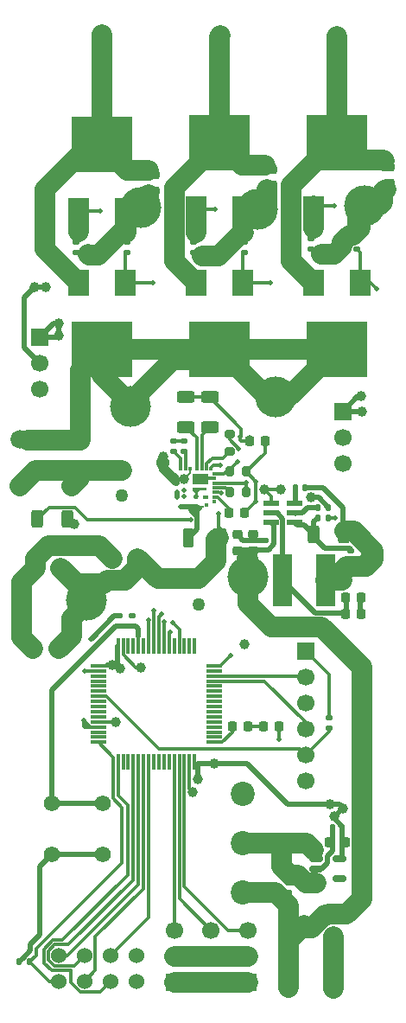
<source format=gbr>
%TF.GenerationSoftware,KiCad,Pcbnew,9.0.2*%
%TF.CreationDate,2025-08-16T18:35:03-07:00*%
%TF.ProjectId,Transmitter,5472616e-736d-4697-9474-65722e6b6963,rev?*%
%TF.SameCoordinates,Original*%
%TF.FileFunction,Copper,L1,Top*%
%TF.FilePolarity,Positive*%
%FSLAX46Y46*%
G04 Gerber Fmt 4.6, Leading zero omitted, Abs format (unit mm)*
G04 Created by KiCad (PCBNEW 9.0.2) date 2025-08-16 18:35:03*
%MOMM*%
%LPD*%
G01*
G04 APERTURE LIST*
G04 Aperture macros list*
%AMRoundRect*
0 Rectangle with rounded corners*
0 $1 Rounding radius*
0 $2 $3 $4 $5 $6 $7 $8 $9 X,Y pos of 4 corners*
0 Add a 4 corners polygon primitive as box body*
4,1,4,$2,$3,$4,$5,$6,$7,$8,$9,$2,$3,0*
0 Add four circle primitives for the rounded corners*
1,1,$1+$1,$2,$3*
1,1,$1+$1,$4,$5*
1,1,$1+$1,$6,$7*
1,1,$1+$1,$8,$9*
0 Add four rect primitives between the rounded corners*
20,1,$1+$1,$2,$3,$4,$5,0*
20,1,$1+$1,$4,$5,$6,$7,0*
20,1,$1+$1,$6,$7,$8,$9,0*
20,1,$1+$1,$8,$9,$2,$3,0*%
G04 Aperture macros list end*
%TA.AperFunction,SMDPad,CuDef*%
%ADD10RoundRect,0.218750X0.218750X0.256250X-0.218750X0.256250X-0.218750X-0.256250X0.218750X-0.256250X0*%
%TD*%
%TA.AperFunction,SMDPad,CuDef*%
%ADD11RoundRect,0.073750X-0.651250X-0.221250X0.651250X-0.221250X0.651250X0.221250X-0.651250X0.221250X0*%
%TD*%
%TA.AperFunction,SMDPad,CuDef*%
%ADD12RoundRect,0.250000X-0.625000X0.312500X-0.625000X-0.312500X0.625000X-0.312500X0.625000X0.312500X0*%
%TD*%
%TA.AperFunction,SMDPad,CuDef*%
%ADD13RoundRect,0.250000X-0.312500X-0.625000X0.312500X-0.625000X0.312500X0.625000X-0.312500X0.625000X0*%
%TD*%
%TA.AperFunction,SMDPad,CuDef*%
%ADD14RoundRect,0.250000X0.312500X0.625000X-0.312500X0.625000X-0.312500X-0.625000X0.312500X-0.625000X0*%
%TD*%
%TA.AperFunction,SMDPad,CuDef*%
%ADD15RoundRect,0.225000X-0.225000X-0.250000X0.225000X-0.250000X0.225000X0.250000X-0.225000X0.250000X0*%
%TD*%
%TA.AperFunction,SMDPad,CuDef*%
%ADD16RoundRect,0.225000X0.250000X-0.225000X0.250000X0.225000X-0.250000X0.225000X-0.250000X-0.225000X0*%
%TD*%
%TA.AperFunction,SMDPad,CuDef*%
%ADD17RoundRect,0.225000X0.225000X0.250000X-0.225000X0.250000X-0.225000X-0.250000X0.225000X-0.250000X0*%
%TD*%
%TA.AperFunction,SMDPad,CuDef*%
%ADD18RoundRect,0.140000X0.170000X-0.140000X0.170000X0.140000X-0.170000X0.140000X-0.170000X-0.140000X0*%
%TD*%
%TA.AperFunction,SMDPad,CuDef*%
%ADD19RoundRect,0.140000X0.140000X0.170000X-0.140000X0.170000X-0.140000X-0.170000X0.140000X-0.170000X0*%
%TD*%
%TA.AperFunction,SMDPad,CuDef*%
%ADD20R,2.000000X2.500000*%
%TD*%
%TA.AperFunction,SMDPad,CuDef*%
%ADD21R,6.000000X5.500000*%
%TD*%
%TA.AperFunction,SMDPad,CuDef*%
%ADD22RoundRect,0.225000X-0.250000X0.225000X-0.250000X-0.225000X0.250000X-0.225000X0.250000X0.225000X0*%
%TD*%
%TA.AperFunction,SMDPad,CuDef*%
%ADD23RoundRect,0.200000X-0.275000X0.200000X-0.275000X-0.200000X0.275000X-0.200000X0.275000X0.200000X0*%
%TD*%
%TA.AperFunction,ComponentPad*%
%ADD24C,1.828800*%
%TD*%
%TA.AperFunction,SMDPad,CuDef*%
%ADD25RoundRect,0.135000X-0.185000X0.135000X-0.185000X-0.135000X0.185000X-0.135000X0.185000X0.135000X0*%
%TD*%
%TA.AperFunction,ComponentPad*%
%ADD26C,2.362200*%
%TD*%
%TA.AperFunction,SMDPad,CuDef*%
%ADD27RoundRect,0.135000X0.185000X-0.135000X0.185000X0.135000X-0.185000X0.135000X-0.185000X-0.135000X0*%
%TD*%
%TA.AperFunction,ComponentPad*%
%ADD28C,1.524000*%
%TD*%
%TA.AperFunction,SMDPad,CuDef*%
%ADD29RoundRect,0.200000X-0.200000X-0.275000X0.200000X-0.275000X0.200000X0.275000X-0.200000X0.275000X0*%
%TD*%
%TA.AperFunction,ComponentPad*%
%ADD30R,1.700000X1.700000*%
%TD*%
%TA.AperFunction,ComponentPad*%
%ADD31C,1.700000*%
%TD*%
%TA.AperFunction,SMDPad,CuDef*%
%ADD32RoundRect,0.075000X-0.700000X-0.075000X0.700000X-0.075000X0.700000X0.075000X-0.700000X0.075000X0*%
%TD*%
%TA.AperFunction,SMDPad,CuDef*%
%ADD33RoundRect,0.075000X-0.075000X-0.700000X0.075000X-0.700000X0.075000X0.700000X-0.075000X0.700000X0*%
%TD*%
%TA.AperFunction,SMDPad,CuDef*%
%ADD34RoundRect,0.250000X0.275000X0.700000X-0.275000X0.700000X-0.275000X-0.700000X0.275000X-0.700000X0*%
%TD*%
%TA.AperFunction,SMDPad,CuDef*%
%ADD35RoundRect,0.150000X-0.512500X-0.150000X0.512500X-0.150000X0.512500X0.150000X-0.512500X0.150000X0*%
%TD*%
%TA.AperFunction,SMDPad,CuDef*%
%ADD36RoundRect,0.135000X0.135000X0.185000X-0.135000X0.185000X-0.135000X-0.185000X0.135000X-0.185000X0*%
%TD*%
%TA.AperFunction,SMDPad,CuDef*%
%ADD37R,1.900000X5.100000*%
%TD*%
%TA.AperFunction,ComponentPad*%
%ADD38C,1.270000*%
%TD*%
%TA.AperFunction,SMDPad,CuDef*%
%ADD39R,0.254000X0.304800*%
%TD*%
%TA.AperFunction,SMDPad,CuDef*%
%ADD40R,0.304800X0.152400*%
%TD*%
%TA.AperFunction,SMDPad,CuDef*%
%ADD41R,0.304800X0.457200*%
%TD*%
%TA.AperFunction,SMDPad,CuDef*%
%ADD42R,0.457200X0.304800*%
%TD*%
%TA.AperFunction,SMDPad,CuDef*%
%ADD43R,1.574800X1.050000*%
%TD*%
%TA.AperFunction,SMDPad,CuDef*%
%ADD44C,0.127000*%
%TD*%
%TA.AperFunction,SMDPad,CuDef*%
%ADD45R,0.580009X0.380009*%
%TD*%
%TA.AperFunction,ComponentPad*%
%ADD46C,1.574800*%
%TD*%
%TA.AperFunction,ViaPad*%
%ADD47C,0.500000*%
%TD*%
%TA.AperFunction,ViaPad*%
%ADD48C,1.000000*%
%TD*%
%TA.AperFunction,ViaPad*%
%ADD49C,4.000000*%
%TD*%
%TA.AperFunction,Conductor*%
%ADD50C,0.300000*%
%TD*%
%TA.AperFunction,Conductor*%
%ADD51C,0.500000*%
%TD*%
%TA.AperFunction,Conductor*%
%ADD52C,2.000000*%
%TD*%
%TA.AperFunction,Conductor*%
%ADD53C,0.200000*%
%TD*%
G04 APERTURE END LIST*
D10*
%TO.P,R20,1*%
%TO.N,GND*%
X116887500Y-93960000D03*
%TO.P,R20,2*%
%TO.N,Net-(D1-K)*%
X115312500Y-93960000D03*
%TD*%
%TO.P,D1,1,K*%
%TO.N,Net-(D1-K)*%
X113834500Y-93955000D03*
%TO.P,D1,2,A*%
%TO.N,Net-(D1-A)*%
X112259500Y-93955000D03*
%TD*%
D11*
%TO.P,U4,6,VBST*%
%TO.N,Vbst*%
X118400000Y-72100000D03*
%TO.P,U4,5,EN*%
%TO.N,Net-(U4-EN)*%
X118400000Y-73050000D03*
%TO.P,U4,4,VFB*%
%TO.N,Net-(U4-VFB)*%
X118400000Y-74000000D03*
%TO.P,U4,3,VIN*%
%TO.N,Vbatt*%
X116090000Y-74000000D03*
%TO.P,U4,2,SW*%
%TO.N,Net-(U4-SW)*%
X116090000Y-73050000D03*
%TO.P,U4,1,GND*%
%TO.N,GND*%
X116090000Y-72100000D03*
%TD*%
D12*
%TO.P,R16,1*%
%TO.N,Vdd*%
X110060000Y-61685000D03*
%TO.P,R16,2*%
%TO.N,Net-(U5-MODE2)*%
X110060000Y-64610000D03*
%TD*%
%TO.P,R15,1*%
%TO.N,Vdd*%
X107750000Y-61690000D03*
%TO.P,R15,2*%
%TO.N,Net-(U5-MODE1)*%
X107750000Y-64615000D03*
%TD*%
D13*
%TO.P,R13,1*%
%TO.N,Vfb*%
X93162500Y-73650000D03*
%TO.P,R13,2*%
%TO.N,Vdc*%
X96087500Y-73650000D03*
%TD*%
D14*
%TO.P,R11,1*%
%TO.N,+5V*%
X123192500Y-75160000D03*
%TO.P,R11,2*%
%TO.N,Net-(U4-VFB)*%
X120267500Y-75160000D03*
%TD*%
D15*
%TO.P,C11,2*%
%TO.N,GND*%
X124930000Y-81370000D03*
%TO.P,C11,1*%
%TO.N,Net-(U4-SW)*%
X123380000Y-81370000D03*
%TD*%
%TO.P,C12,1*%
%TO.N,Net-(U4-SW)*%
X123360000Y-82900000D03*
%TO.P,C12,2*%
%TO.N,GND*%
X124910000Y-82900000D03*
%TD*%
D16*
%TO.P,C6,1*%
%TO.N,Vbatt*%
X114300000Y-76730000D03*
%TO.P,C6,2*%
%TO.N,GND*%
X114300000Y-75180000D03*
%TD*%
%TO.P,C5,1*%
%TO.N,Vbatt*%
X112790000Y-76730000D03*
%TO.P,C5,2*%
%TO.N,GND*%
X112790000Y-75180000D03*
%TD*%
D17*
%TO.P,C1,1*%
%TO.N,+3.3V*%
X123335000Y-105326000D03*
%TO.P,C1,2*%
%TO.N,GND*%
X121785000Y-105326000D03*
%TD*%
D18*
%TO.P,C3,1*%
%TO.N,Vbatt*%
X117820000Y-110220000D03*
%TO.P,C3,2*%
%TO.N,V_in*%
X117820000Y-109260000D03*
%TD*%
D19*
%TO.P,C13,1*%
%TO.N,+5V*%
X119400000Y-70600000D03*
%TO.P,C13,2*%
%TO.N,Vbst*%
X118440000Y-70600000D03*
%TD*%
D20*
%TO.P,Q5,1,G*%
%TO.N,S3*%
X113300000Y-50500000D03*
D21*
%TO.P,Q5,2,D*%
%TO.N,Vdc*%
X111000000Y-57000000D03*
D20*
%TO.P,Q5,3,S*%
%TO.N,LoadB*%
X108700000Y-50500000D03*
%TD*%
D22*
%TO.P,C9,1*%
%TO.N,LoadB*%
X116200000Y-39425000D03*
%TO.P,C9,2*%
%TO.N,GND*%
X116200000Y-40975000D03*
%TD*%
D23*
%TO.P,R19,1*%
%TO.N,+5V*%
X112000000Y-65350000D03*
%TO.P,R19,2*%
%TO.N,Net-(U5-EN)*%
X112000000Y-67000000D03*
%TD*%
D24*
%TO.P,J6,1,1*%
%TO.N,Vbatt*%
X117800000Y-119556100D03*
%TO.P,J6,2,2*%
X117800000Y-114476100D03*
%TD*%
D15*
%TO.P,C19,1*%
%TO.N,Vdd*%
X113950000Y-66000000D03*
%TO.P,C19,2*%
%TO.N,GND*%
X115500000Y-66000000D03*
%TD*%
D20*
%TO.P,Q6,1,G*%
%TO.N,S4*%
X108700000Y-43300000D03*
D21*
%TO.P,Q6,2,D*%
%TO.N,LoadB*%
X111000000Y-36800000D03*
D20*
%TO.P,Q6,3,S*%
%TO.N,GND*%
X113300000Y-43300000D03*
%TD*%
D22*
%TO.P,C8,1*%
%TO.N,LoadA*%
X104700000Y-39950000D03*
%TO.P,C8,2*%
%TO.N,GND*%
X104700000Y-41500000D03*
%TD*%
D24*
%TO.P,J7,1,1*%
%TO.N,GND*%
X122200000Y-119600000D03*
%TO.P,J7,2,2*%
X122200000Y-114520000D03*
%TD*%
D25*
%TO.P,R1,1*%
%TO.N,+3.3V*%
X121730000Y-93080000D03*
%TO.P,R1,2*%
%TO.N,NRST*%
X121730000Y-94100000D03*
%TD*%
D20*
%TO.P,Q3,1,G*%
%TO.N,S2*%
X97200000Y-43500000D03*
D21*
%TO.P,Q3,2,D*%
%TO.N,LoadA*%
X99500000Y-37000000D03*
D20*
%TO.P,Q3,3,S*%
%TO.N,GND*%
X101800000Y-43500000D03*
%TD*%
D24*
%TO.P,J2,1,1*%
%TO.N,LoadA*%
X99480000Y-31370000D03*
%TO.P,J2,2,2*%
X99480000Y-26290000D03*
%TD*%
D26*
%TO.P,U1,1,1*%
%TO.N,Vbatt*%
X113300000Y-110221100D03*
%TO.P,U1,2,2*%
%TO.N,V_in*%
X113300000Y-105395100D03*
%TO.P,U1,3,3*%
%TO.N,unconnected-(U1-Pad3)*%
X113300000Y-100569100D03*
%TD*%
D19*
%TO.P,C2,1*%
%TO.N,+3.3V*%
X123060000Y-103826000D03*
%TO.P,C2,2*%
%TO.N,GND*%
X122100000Y-103826000D03*
%TD*%
D27*
%TO.P,R3,1*%
%TO.N,Net-(U2-BOOT0)*%
X101200000Y-84140000D03*
%TO.P,R3,2*%
%TO.N,GND*%
X101200000Y-83120000D03*
%TD*%
D24*
%TO.P,J9,1,1*%
%TO.N,Vdc*%
X91473900Y-65868550D03*
%TO.P,J9,2,2*%
X96553900Y-65868550D03*
%TD*%
D27*
%TO.P,R4,1*%
%TO.N,S1*%
X101990000Y-47510000D03*
%TO.P,R4,2*%
%TO.N,GND*%
X101990000Y-46490000D03*
%TD*%
D28*
%TO.P,J1,1,1*%
%TO.N,+3.3V*%
X102900000Y-118900000D03*
%TO.P,J1,2,2*%
%TO.N,GND*%
X102900000Y-116360000D03*
%TO.P,J1,3,3*%
%TO.N,SPI1_CSN*%
X100360000Y-118900000D03*
%TO.P,J1,4,4*%
%TO.N,NRF_CE*%
X100360000Y-116360000D03*
%TO.P,J1,5,5*%
%TO.N,SPI1_MOSI*%
X97820000Y-118900000D03*
%TO.P,J1,6,6*%
%TO.N,SPI1_SCK*%
X97820000Y-116360000D03*
%TO.P,J1,7,7*%
%TO.N,NRF_IRQ*%
X95280000Y-118900000D03*
%TO.P,J1,8,8*%
%TO.N,SPI1_MISO*%
X95280000Y-116360000D03*
%TD*%
D29*
%TO.P,R17,1*%
%TO.N,Pgood*%
X112000000Y-71000000D03*
%TO.P,R17,2*%
%TO.N,Vdd*%
X113650000Y-71000000D03*
%TD*%
D30*
%TO.P,J12,1,Pin_1*%
%TO.N,+5V*%
X106600000Y-119000000D03*
D31*
%TO.P,J12,2,Pin_2*%
%TO.N,GND*%
X106600000Y-116460000D03*
%TO.P,J12,3,Pin_3*%
%TO.N,LElevator*%
X106600000Y-113920000D03*
%TD*%
D32*
%TO.P,U2,1,VDD*%
%TO.N,+3.3V*%
X99150000Y-88000000D03*
%TO.P,U2,2,PC13*%
%TO.N,LFlap*%
X99150000Y-88500000D03*
%TO.P,U2,3,PC14*%
%TO.N,unconnected-(U2-PC14-Pad3)*%
X99150000Y-89000000D03*
%TO.P,U2,4,PC15*%
%TO.N,unconnected-(U2-PC15-Pad4)*%
X99150000Y-89500000D03*
%TO.P,U2,5,PF0*%
%TO.N,unconnected-(U2-PF0-Pad5)*%
X99150000Y-90000000D03*
%TO.P,U2,6,PF1*%
%TO.N,unconnected-(U2-PF1-Pad6)*%
X99150000Y-90500000D03*
%TO.P,U2,7,NRST*%
%TO.N,NRST*%
X99150000Y-91000000D03*
%TO.P,U2,8,PC0*%
%TO.N,unconnected-(U2-PC0-Pad8)*%
X99150000Y-91500000D03*
%TO.P,U2,9,PC1*%
%TO.N,unconnected-(U2-PC1-Pad9)*%
X99150000Y-92000000D03*
%TO.P,U2,10,PC2*%
%TO.N,unconnected-(U2-PC2-Pad10)*%
X99150000Y-92500000D03*
%TO.P,U2,11,PC3*%
%TO.N,unconnected-(U2-PC3-Pad11)*%
X99150000Y-93000000D03*
%TO.P,U2,12,VSSA*%
%TO.N,GND*%
X99150000Y-93500000D03*
%TO.P,U2,13,VDDA*%
%TO.N,+3.3V*%
X99150000Y-94000000D03*
%TO.P,U2,14,PA0*%
%TO.N,Sw_1*%
X99150000Y-94500000D03*
%TO.P,U2,15,PA1*%
%TO.N,Sw_2*%
X99150000Y-95000000D03*
%TO.P,U2,16,PA2*%
%TO.N,NRF_IRQ*%
X99150000Y-95500000D03*
D33*
%TO.P,U2,17,PA3*%
%TO.N,SPI1_CSN*%
X101075000Y-97425000D03*
%TO.P,U2,18,PF4*%
%TO.N,unconnected-(U2-PF4-Pad18)*%
X101575000Y-97425000D03*
%TO.P,U2,19,PF5*%
%TO.N,unconnected-(U2-PF5-Pad19)*%
X102075000Y-97425000D03*
%TO.P,U2,20,PA4*%
%TO.N,SPI1_SCK*%
X102575000Y-97425000D03*
%TO.P,U2,21,PA5*%
%TO.N,SPI1_MISO*%
X103075000Y-97425000D03*
%TO.P,U2,22,PA6*%
%TO.N,SPI1_MOSI*%
X103575000Y-97425000D03*
%TO.P,U2,23,PA7*%
%TO.N,NRF_CE*%
X104075000Y-97425000D03*
%TO.P,U2,24,PC4*%
%TO.N,unconnected-(U2-PC4-Pad24)*%
X104575000Y-97425000D03*
%TO.P,U2,25,PC5*%
%TO.N,unconnected-(U2-PC5-Pad25)*%
X105075000Y-97425000D03*
%TO.P,U2,26,PB0*%
%TO.N,unconnected-(U2-PB0-Pad26)*%
X105575000Y-97425000D03*
%TO.P,U2,27,PB1*%
%TO.N,unconnected-(U2-PB1-Pad27)*%
X106075000Y-97425000D03*
%TO.P,U2,28,PB2*%
%TO.N,LElevator*%
X106575000Y-97425000D03*
%TO.P,U2,29,PB10*%
%TO.N,Rudder*%
X107075000Y-97425000D03*
%TO.P,U2,30,PB11*%
%TO.N,RElevator*%
X107575000Y-97425000D03*
%TO.P,U2,31,VSS*%
%TO.N,GND*%
X108075000Y-97425000D03*
%TO.P,U2,32,VDD*%
%TO.N,+3.3V*%
X108575000Y-97425000D03*
D32*
%TO.P,U2,33,PB12*%
%TO.N,Net-(D1-A)*%
X110500000Y-95500000D03*
%TO.P,U2,34,PB13*%
%TO.N,unconnected-(U2-PB13-Pad34)*%
X110500000Y-95000000D03*
%TO.P,U2,35,PB14*%
%TO.N,unconnected-(U2-PB14-Pad35)*%
X110500000Y-94500000D03*
%TO.P,U2,36,PB15*%
%TO.N,unconnected-(U2-PB15-Pad36)*%
X110500000Y-94000000D03*
%TO.P,U2,37,PC6*%
%TO.N,unconnected-(U2-PC6-Pad37)*%
X110500000Y-93500000D03*
%TO.P,U2,38,PC7*%
%TO.N,unconnected-(U2-PC7-Pad38)*%
X110500000Y-93000000D03*
%TO.P,U2,39,PC8*%
%TO.N,unconnected-(U2-PC8-Pad39)*%
X110500000Y-92500000D03*
%TO.P,U2,40,PC9*%
%TO.N,unconnected-(U2-PC9-Pad40)*%
X110500000Y-92000000D03*
%TO.P,U2,41,PA8*%
%TO.N,unconnected-(U2-PA8-Pad41)*%
X110500000Y-91500000D03*
%TO.P,U2,42,PA9*%
%TO.N,unconnected-(U2-PA9-Pad42)*%
X110500000Y-91000000D03*
%TO.P,U2,43,PA10*%
%TO.N,unconnected-(U2-PA10-Pad43)*%
X110500000Y-90500000D03*
%TO.P,U2,44,PA11*%
%TO.N,unconnected-(U2-PA11-Pad44)*%
X110500000Y-90000000D03*
%TO.P,U2,45,PA12*%
%TO.N,SWDIO*%
X110500000Y-89500000D03*
%TO.P,U2,46,PA13*%
%TO.N,SWCLK*%
X110500000Y-89000000D03*
%TO.P,U2,47,PF6*%
%TO.N,unconnected-(U2-PF6-Pad47)*%
X110500000Y-88500000D03*
%TO.P,U2,48,PF7*%
%TO.N,RFlap*%
X110500000Y-88000000D03*
D33*
%TO.P,U2,49,PA14*%
%TO.N,unconnected-(U2-PA14-Pad49)*%
X108575000Y-86075000D03*
%TO.P,U2,50,PA15*%
%TO.N,unconnected-(U2-PA15-Pad50)*%
X108075000Y-86075000D03*
%TO.P,U2,51,PC10*%
%TO.N,unconnected-(U2-PC10-Pad51)*%
X107575000Y-86075000D03*
%TO.P,U2,52,PC11*%
%TO.N,S6*%
X107075000Y-86075000D03*
%TO.P,U2,53,PC12*%
%TO.N,unconnected-(U2-PC12-Pad53)*%
X106575000Y-86075000D03*
%TO.P,U2,54,PD2*%
%TO.N,S5*%
X106075000Y-86075000D03*
%TO.P,U2,55,PB3*%
%TO.N,S4*%
X105575000Y-86075000D03*
%TO.P,U2,56,PB4*%
%TO.N,S3*%
X105075000Y-86075000D03*
%TO.P,U2,57,PB5*%
%TO.N,S2*%
X104575000Y-86075000D03*
%TO.P,U2,58,PB6*%
%TO.N,S1*%
X104075000Y-86075000D03*
%TO.P,U2,59,PB7*%
%TO.N,unconnected-(U2-PB7-Pad59)*%
X103575000Y-86075000D03*
%TO.P,U2,60,BOOT0*%
%TO.N,Net-(U2-BOOT0)*%
X103075000Y-86075000D03*
%TO.P,U2,61,PB8*%
%TO.N,unconnected-(U2-PB8-Pad61)*%
X102575000Y-86075000D03*
%TO.P,U2,62,PB9*%
%TO.N,unconnected-(U2-PB9-Pad62)*%
X102075000Y-86075000D03*
%TO.P,U2,63,VSS*%
%TO.N,GND*%
X101575000Y-86075000D03*
%TO.P,U2,64,VDD*%
%TO.N,+3.3V*%
X101075000Y-86075000D03*
%TD*%
D34*
%TO.P,L2,1,1*%
%TO.N,Vdc*%
X111150000Y-75500000D03*
%TO.P,L2,2,2*%
%TO.N,LBefore*%
X108000000Y-75500000D03*
%TD*%
D24*
%TO.P,J4,1,1*%
%TO.N,LoadB*%
X111120000Y-31380000D03*
%TO.P,J4,2,2*%
X111120000Y-26300000D03*
%TD*%
%TO.P,J8,1,1*%
%TO.N,Vbatt*%
X91453900Y-70378550D03*
%TO.P,J8,2,2*%
X96533900Y-70378550D03*
%TD*%
D30*
%TO.P,J14,1,Pin_1*%
%TO.N,+5V*%
X110200000Y-119000000D03*
D31*
%TO.P,J14,2,Pin_2*%
%TO.N,GND*%
X110200000Y-116460000D03*
%TO.P,J14,3,Pin_3*%
%TO.N,Rudder*%
X110200000Y-113920000D03*
%TD*%
D20*
%TO.P,Q9,1,G*%
%TO.N,S5*%
X124800000Y-50500000D03*
D21*
%TO.P,Q9,2,D*%
%TO.N,Vdc*%
X122500000Y-57000000D03*
D20*
%TO.P,Q9,3,S*%
%TO.N,LoadC*%
X120200000Y-50500000D03*
%TD*%
D35*
%TO.P,U3,1,IN*%
%TO.N,V_in*%
X120525000Y-106930000D03*
%TO.P,U3,2,GND*%
%TO.N,GND*%
X120525000Y-107880000D03*
%TO.P,U3,3,EN*%
%TO.N,V_in*%
X120525000Y-108830000D03*
%TO.P,U3,4,BP*%
%TO.N,unconnected-(U3-BP-Pad4)*%
X122800000Y-108830000D03*
%TO.P,U3,5,OUT*%
%TO.N,+3.3V*%
X122800000Y-106930000D03*
%TD*%
D30*
%TO.P,J13,1,Pin_1*%
%TO.N,+5V*%
X113800000Y-119000000D03*
D31*
%TO.P,J13,2,Pin_2*%
%TO.N,GND*%
X113800000Y-116460000D03*
%TO.P,J13,3,Pin_3*%
%TO.N,RElevator*%
X113800000Y-113920000D03*
%TD*%
D27*
%TO.P,R8,1*%
%TO.N,S3*%
X113500000Y-47520000D03*
%TO.P,R8,2*%
%TO.N,GND*%
X113500000Y-46500000D03*
%TD*%
D20*
%TO.P,Q1,1,G*%
%TO.N,S1*%
X101800000Y-50500000D03*
D21*
%TO.P,Q1,2,D*%
%TO.N,Vdc*%
X99500000Y-57000000D03*
D20*
%TO.P,Q1,3,S*%
%TO.N,LoadA*%
X97200000Y-50500000D03*
%TD*%
D36*
%TO.P,R7,1*%
%TO.N,+3.3V*%
X121660000Y-72530000D03*
%TO.P,R7,2*%
%TO.N,Net-(U4-EN)*%
X120640000Y-72530000D03*
%TD*%
D15*
%TO.P,C21,1*%
%TO.N,Net-(U5-VDRV)*%
X111950000Y-73000000D03*
%TO.P,C21,2*%
%TO.N,GND*%
X113500000Y-73000000D03*
%TD*%
D18*
%TO.P,C22,1*%
%TO.N,Net-(U5-PHASE)*%
X106520000Y-66980000D03*
%TO.P,C22,2*%
%TO.N,Net-(C22-Pad2)*%
X106520000Y-66020000D03*
%TD*%
D37*
%TO.P,L1,1,1*%
%TO.N,Net-(U4-SW)*%
X117200000Y-79600000D03*
%TO.P,L1,2,2*%
%TO.N,+5V*%
X121400000Y-79600000D03*
%TD*%
D18*
%TO.P,C14,1*%
%TO.N,+5V*%
X123900000Y-77680000D03*
%TO.P,C14,2*%
%TO.N,Net-(U4-VFB)*%
X123900000Y-76720000D03*
%TD*%
D25*
%TO.P,R9,1*%
%TO.N,S4*%
X108500000Y-46500000D03*
%TO.P,R9,2*%
%TO.N,GND*%
X108500000Y-47520000D03*
%TD*%
D36*
%TO.P,R10,1*%
%TO.N,GND*%
X121650000Y-73500000D03*
%TO.P,R10,2*%
%TO.N,Net-(U4-VFB)*%
X120630000Y-73500000D03*
%TD*%
D38*
%TO.P,C15,1*%
%TO.N,GND*%
X92750000Y-86350000D03*
%TO.P,C15,2*%
%TO.N,Vdc*%
X95250000Y-86350000D03*
%TD*%
D39*
%TO.P,U5,1,VIN*%
%TO.N,Vbatt*%
X106835407Y-69674999D03*
%TO.P,U5,2,VIN*%
X106835407Y-70125001D03*
%TO.P,U5,3,PGND*%
%TO.N,GND*%
X106835407Y-71024999D03*
%TO.P,U5,4,PGND*%
X106835407Y-71475001D03*
D40*
%TO.P,U5,5,SW*%
%TO.N,LBefore*%
X107233136Y-72423793D03*
%TO.P,U5,6,SW*%
X107683224Y-72423793D03*
%TO.P,U5,7,SW*%
X108133312Y-72423793D03*
%TO.P,U5,8,SW*%
X108833488Y-72423793D03*
%TO.P,U5,9,SW*%
X109283576Y-72423793D03*
D41*
%TO.P,U5,10,GL*%
%TO.N,unconnected-(U5-GL-Pad10)*%
X109733664Y-72275000D03*
D42*
%TO.P,U5,11,GL*%
%TO.N,unconnected-(U5-GL-Pad11)*%
X110483400Y-71925000D03*
%TO.P,U5,12,VDRV*%
%TO.N,Net-(U5-VDRV)*%
X110483400Y-71475001D03*
%TO.P,U5,13,PGND*%
%TO.N,GND*%
X110483400Y-71024999D03*
%TO.P,U5,14,PGOOD*%
%TO.N,Pgood*%
X110483400Y-70575000D03*
%TO.P,U5,15,VDD*%
%TO.N,Vdd*%
X110483400Y-70125001D03*
%TO.P,U5,16,AGND*%
%TO.N,GND*%
X110483400Y-69674999D03*
%TO.P,U5,17,FB*%
%TO.N,Vfb*%
X110483400Y-69225000D03*
D41*
%TO.P,U5,18,VOUT*%
%TO.N,Vdc*%
X110183664Y-68725000D03*
%TO.P,U5,19,EN*%
%TO.N,Net-(U5-EN)*%
X109733576Y-68725000D03*
%TO.P,U5,20,MODE2*%
%TO.N,Net-(U5-MODE2)*%
X109283488Y-68725000D03*
%TO.P,U5,21,MODE1*%
%TO.N,Net-(U5-MODE1)*%
X108833400Y-68725000D03*
%TO.P,U5,22,VIN*%
%TO.N,Vbatt*%
X108133312Y-68725000D03*
%TO.P,U5,23,BOOT*%
%TO.N,Net-(U5-BOOT)*%
X107683224Y-68725000D03*
%TO.P,U5,24,PHASE*%
%TO.N,Net-(U5-PHASE)*%
X107233136Y-68725000D03*
D43*
%TO.P,U5,25,AGND*%
%TO.N,GND*%
X109167400Y-69750000D03*
D44*
%TO.P,U5,26,VIN*%
%TO.N,Vbatt*%
X107565400Y-69738000D03*
%TO.P,U5,27,PGND*%
%TO.N,GND*%
X108073400Y-71135000D03*
D45*
%TO.P,U5,28,GL*%
%TO.N,unconnected-(U5-GL-Pad28)*%
X109664786Y-71490000D03*
%TD*%
D25*
%TO.P,R5,1*%
%TO.N,S6*%
X120000000Y-46200000D03*
%TO.P,R5,2*%
%TO.N,GND*%
X120000000Y-47220000D03*
%TD*%
D38*
%TO.P,C20,1*%
%TO.N,Vbatt*%
X101480000Y-68870000D03*
%TO.P,C20,2*%
%TO.N,GND*%
X101480000Y-71370000D03*
%TD*%
D22*
%TO.P,C10,1*%
%TO.N,LoadC*%
X127700000Y-39195000D03*
%TO.P,C10,2*%
%TO.N,GND*%
X127700000Y-40745000D03*
%TD*%
D36*
%TO.P,R2,1*%
%TO.N,NRF_IRQ*%
X92420000Y-117000000D03*
%TO.P,R2,2*%
%TO.N,+3.3V*%
X91400000Y-117000000D03*
%TD*%
D46*
%TO.P,SW1,1,1*%
%TO.N,+3.3V*%
X94600000Y-106500000D03*
%TO.P,SW1,2,2*%
%TO.N,Net-(U2-BOOT0)*%
X94600000Y-101500000D03*
%TO.P,SW1,3,3*%
X99599990Y-101500000D03*
%TO.P,SW1,4,4*%
%TO.N,+3.3V*%
X99599990Y-106500000D03*
%TD*%
D38*
%TO.P,C18,1*%
%TO.N,GND*%
X100500000Y-77500000D03*
%TO.P,C18,2*%
%TO.N,Vdc*%
X103000000Y-77500000D03*
%TD*%
D30*
%TO.P,J11,1,Pin_1*%
%TO.N,+5V*%
X123100000Y-63100000D03*
D31*
%TO.P,J11,2,Pin_2*%
%TO.N,GND*%
X123100000Y-65640000D03*
%TO.P,J11,3,Pin_3*%
%TO.N,RFlap*%
X123100000Y-68180000D03*
%TD*%
D24*
%TO.P,J5,1,1*%
%TO.N,LoadC*%
X122560000Y-31350000D03*
%TO.P,J5,2,2*%
X122560000Y-26270000D03*
%TD*%
D25*
%TO.P,R6,1*%
%TO.N,S2*%
X96990000Y-46490000D03*
%TO.P,R6,2*%
%TO.N,GND*%
X96990000Y-47510000D03*
%TD*%
D18*
%TO.P,C4,1*%
%TO.N,Net-(U2-BOOT0)*%
X102500000Y-84100000D03*
%TO.P,C4,2*%
%TO.N,+3.3V*%
X102500000Y-83140000D03*
%TD*%
D38*
%TO.P,C17,1*%
%TO.N,GND*%
X92950000Y-78450000D03*
%TO.P,C17,2*%
%TO.N,Vdc*%
X95450000Y-78450000D03*
%TD*%
D30*
%TO.P,J3,1,Pin_1*%
%TO.N,+3.3V*%
X119440000Y-86570000D03*
D31*
%TO.P,J3,2,Pin_2*%
%TO.N,SWCLK*%
X119440000Y-89110000D03*
%TO.P,J3,3,Pin_3*%
%TO.N,GND*%
X119440000Y-91650000D03*
%TO.P,J3,4,Pin_4*%
%TO.N,SWDIO*%
X119440000Y-94190000D03*
%TO.P,J3,5,Pin_5*%
%TO.N,NRST*%
X119440000Y-96730000D03*
%TO.P,J3,6,Pin_6*%
%TO.N,unconnected-(J3-Pin_6-Pad6)*%
X119440000Y-99270000D03*
%TD*%
D27*
%TO.P,R12,1*%
%TO.N,S5*%
X124490000Y-47220000D03*
%TO.P,R12,2*%
%TO.N,GND*%
X124490000Y-46200000D03*
%TD*%
D25*
%TO.P,R18,1*%
%TO.N,Net-(C22-Pad2)*%
X107500000Y-65990000D03*
%TO.P,R18,2*%
%TO.N,Net-(U5-BOOT)*%
X107500000Y-67010000D03*
%TD*%
D30*
%TO.P,J10,1,Pin_1*%
%TO.N,+5V*%
X93400000Y-55860000D03*
D31*
%TO.P,J10,2,Pin_2*%
%TO.N,GND*%
X93400000Y-58400000D03*
%TO.P,J10,3,Pin_3*%
%TO.N,LFlap*%
X93400000Y-60940000D03*
%TD*%
D29*
%TO.P,R14,1*%
%TO.N,Vfb*%
X112000000Y-69000000D03*
%TO.P,R14,2*%
%TO.N,GND*%
X113650000Y-69000000D03*
%TD*%
D38*
%TO.P,C16,1*%
%TO.N,GND*%
X109000000Y-82000000D03*
%TO.P,C16,2*%
%TO.N,Vdc*%
X109000000Y-79500000D03*
%TD*%
D18*
%TO.P,C7,1*%
%TO.N,Vbatt*%
X115520000Y-76680000D03*
%TO.P,C7,2*%
%TO.N,GND*%
X115520000Y-75720000D03*
%TD*%
D20*
%TO.P,Q10,1,G*%
%TO.N,S6*%
X120230000Y-43320000D03*
D21*
%TO.P,Q10,2,D*%
%TO.N,LoadC*%
X122530000Y-36820000D03*
D20*
%TO.P,Q10,3,S*%
%TO.N,GND*%
X124830000Y-43320000D03*
%TD*%
D47*
%TO.N,GND*%
X122360000Y-73500000D03*
X116887500Y-95190000D03*
D48*
%TO.N,+3.3V*%
X113450000Y-85890000D03*
X120020000Y-71550000D03*
D47*
X97775000Y-93965000D03*
X97710000Y-93390000D03*
D49*
%TO.N,LoadA*%
X99500000Y-37000000D03*
%TO.N,LoadB*%
X111000000Y-36800000D03*
%TO.N,Vdc*%
X122500000Y-57000000D03*
X111000000Y-57000000D03*
X99500000Y-57000000D03*
%TO.N,LoadC*%
X122530000Y-36820000D03*
D47*
%TO.N,GND*%
X124850000Y-82170000D03*
D48*
%TO.N,Vbatt*%
X105520000Y-68660000D03*
X107565400Y-69738000D03*
X105520000Y-67560000D03*
D49*
X113770000Y-79330000D03*
%TO.N,Vdc*%
X98000000Y-81600000D03*
D48*
X96830000Y-74120000D03*
D49*
X102323000Y-62650000D03*
X116530000Y-61700000D03*
D47*
X110915000Y-73075000D03*
X111055000Y-68345000D03*
D48*
%TO.N,GND*%
X92920000Y-50910000D03*
D47*
X107520000Y-70830000D03*
D48*
X93980000Y-50910000D03*
D49*
X114700000Y-43300000D03*
D47*
X108660000Y-70830000D03*
D48*
X103280000Y-88160000D03*
D47*
X121565500Y-107302860D03*
X121659393Y-106589393D03*
D48*
X115377000Y-70750000D03*
D47*
X107500000Y-71451458D03*
D48*
X100810000Y-93500000D03*
D49*
X103340000Y-43160000D03*
D47*
X114890000Y-75710000D03*
X113660000Y-75710000D03*
D49*
X125260000Y-43000000D03*
D48*
X117010000Y-70760000D03*
D47*
X114580000Y-71920000D03*
X114600000Y-69950000D03*
X98445000Y-85365000D03*
X122100000Y-104550000D03*
D48*
X108400000Y-100360000D03*
X109167400Y-69750000D03*
D47*
X108690000Y-71450000D03*
X111223000Y-71102000D03*
D48*
%TO.N,+3.3V*%
X121810000Y-101524156D03*
X122275000Y-102785000D03*
X110500000Y-97600000D03*
X101300000Y-88300000D03*
D47*
X102500000Y-83140000D03*
D48*
X100500000Y-87900000D03*
X108900000Y-99100000D03*
X123110000Y-101950000D03*
D47*
%TO.N,S1*%
X104075000Y-83530000D03*
X104500000Y-50500000D03*
%TO.N,S2*%
X104575000Y-82625000D03*
X99325000Y-43525000D03*
%TO.N,S3*%
X116000000Y-50480000D03*
X105300000Y-82960000D03*
%TO.N,S4*%
X105610000Y-83690000D03*
X110585000Y-43315000D03*
%TO.N,S5*%
X126400000Y-51110000D03*
X106155000Y-84745000D03*
%TO.N,S6*%
X106410000Y-83810000D03*
X122300000Y-43000000D03*
D48*
%TO.N,+5V*%
X125000000Y-63100000D03*
X125183552Y-75816448D03*
X125223552Y-77423552D03*
X124900000Y-61600000D03*
X123723552Y-78923552D03*
X95300000Y-55700000D03*
D47*
X112900000Y-66743464D03*
D48*
X95300000Y-54500000D03*
D47*
%TO.N,Vdd*%
X113670000Y-70030000D03*
X113050000Y-65600000D03*
%TO.N,LFlap*%
X97800000Y-88500000D03*
%TO.N,RFlap*%
X112100000Y-86960000D03*
%TO.N,Vfb*%
X108210000Y-73700000D03*
X112800000Y-68000000D03*
%TD*%
D50*
%TO.N,GND*%
X121650000Y-73500000D02*
X122360000Y-73500000D01*
D51*
%TO.N,+5V*%
X123090000Y-72560000D02*
X123090000Y-74179999D01*
X123090000Y-74179999D02*
X122900000Y-74369999D01*
X121130000Y-70600000D02*
X123090000Y-72560000D01*
X119400000Y-70600000D02*
X121130000Y-70600000D01*
D50*
%TO.N,SWDIO*%
X119440000Y-93490000D02*
X119440000Y-94190000D01*
X115450000Y-89500000D02*
X119440000Y-93490000D01*
X110500000Y-89500000D02*
X115450000Y-89500000D01*
%TO.N,GND*%
X116887500Y-95190000D02*
X116887500Y-95237500D01*
X116887500Y-95237500D02*
X116890000Y-95240000D01*
X116887500Y-93960000D02*
X116887500Y-95190000D01*
%TO.N,Net-(D1-K)*%
X115307500Y-93955000D02*
X115312500Y-93960000D01*
X113834500Y-93955000D02*
X115307500Y-93955000D01*
%TO.N,Net-(D1-A)*%
X111276296Y-95500000D02*
X112259500Y-94516796D01*
X110500000Y-95500000D02*
X111276296Y-95500000D01*
X112259500Y-94516796D02*
X112259500Y-93955000D01*
D51*
%TO.N,Net-(U4-VFB)*%
X120267500Y-75440000D02*
X120267500Y-75160000D01*
X121327500Y-76500000D02*
X120267500Y-75440000D01*
X123760000Y-76500000D02*
X121327500Y-76500000D01*
X123900000Y-76640000D02*
X123760000Y-76500000D01*
X120267500Y-73862500D02*
X120630000Y-73500000D01*
X120267500Y-75160000D02*
X120267500Y-73862500D01*
X119297500Y-74190000D02*
X120267500Y-75160000D01*
X118400000Y-74000000D02*
X118590000Y-74190000D01*
X118590000Y-74190000D02*
X119297500Y-74190000D01*
%TO.N,+3.3V*%
X120020000Y-71550000D02*
X119970000Y-71550000D01*
X120709232Y-71550000D02*
X120020000Y-71550000D01*
X121660000Y-72500768D02*
X120709232Y-71550000D01*
X121660000Y-72530000D02*
X121660000Y-72500768D01*
X121650000Y-72540000D02*
X121660000Y-72530000D01*
%TO.N,Net-(U4-EN)*%
X119645000Y-72530000D02*
X120640000Y-72530000D01*
X118400000Y-73050000D02*
X119125000Y-73050000D01*
X119125000Y-73050000D02*
X119645000Y-72530000D01*
D52*
%TO.N,+5V*%
X126100000Y-77620000D02*
X125420000Y-78300000D01*
X123500000Y-78300000D02*
X123047104Y-78752896D01*
X126100000Y-76732896D02*
X126100000Y-77620000D01*
X125183552Y-75816448D02*
X126100000Y-76732896D01*
X125420000Y-78300000D02*
X123500000Y-78300000D01*
D50*
%TO.N,Vfb*%
X98100000Y-73700000D02*
X108210000Y-73700000D01*
X96897000Y-72497000D02*
X98100000Y-73700000D01*
X93162500Y-73650000D02*
X94315500Y-72497000D01*
X94315500Y-72497000D02*
X96897000Y-72497000D01*
%TO.N,+3.3V*%
X98290000Y-94000000D02*
X98290000Y-93970000D01*
X98290000Y-93970000D02*
X97710000Y-93390000D01*
X98290000Y-94000000D02*
X97810000Y-94000000D01*
X97810000Y-94000000D02*
X97710000Y-93900000D01*
X99150000Y-94000000D02*
X98290000Y-94000000D01*
X97775000Y-93965000D02*
X97820000Y-94010000D01*
X97710000Y-93900000D02*
X97775000Y-93965000D01*
X97710000Y-93390000D02*
X97710000Y-93900000D01*
D51*
%TO.N,Vbatt*%
X105440000Y-68860000D02*
X105320000Y-68860000D01*
X106705001Y-70125001D02*
X105440000Y-68860000D01*
X106835407Y-70125001D02*
X106705001Y-70125001D01*
X105320000Y-68860000D02*
X105520000Y-68660000D01*
X105110000Y-68250000D02*
X105110000Y-67970000D01*
X105520000Y-68660000D02*
X105110000Y-68250000D01*
X105110000Y-67970000D02*
X105520000Y-67560000D01*
X105880000Y-68300000D02*
X105880000Y-67920000D01*
X105520000Y-68359592D02*
X105520000Y-67560000D01*
X106835407Y-69674999D02*
X105520000Y-68359592D01*
D50*
%TO.N,Net-(U5-MODE1)*%
X108833400Y-65698400D02*
X107750000Y-64615000D01*
X108833400Y-68725000D02*
X108833400Y-65698400D01*
%TO.N,Net-(U5-MODE2)*%
X109283488Y-65386512D02*
X110060000Y-64610000D01*
X109283488Y-68725000D02*
X109283488Y-65386512D01*
%TO.N,Vdd*%
X113170000Y-65480000D02*
X113050000Y-65600000D01*
X113170000Y-64795000D02*
X113170000Y-65480000D01*
X110060000Y-61685000D02*
X113170000Y-64795000D01*
X110055000Y-61690000D02*
X110060000Y-61685000D01*
X107750000Y-61690000D02*
X110055000Y-61690000D01*
D51*
%TO.N,GND*%
X124850000Y-82170000D02*
X124850000Y-82840000D01*
X124850000Y-82840000D02*
X124910000Y-82900000D01*
X124850000Y-82170000D02*
X124850000Y-81740000D01*
X124940000Y-82645000D02*
X124745000Y-82840000D01*
%TO.N,Vbatt*%
X115810000Y-76650000D02*
X113310000Y-76650000D01*
X116360000Y-76100000D02*
X115810000Y-76650000D01*
X116360000Y-74270000D02*
X116360000Y-76100000D01*
X116090000Y-74000000D02*
X116360000Y-74270000D01*
%TO.N,GND*%
X112800000Y-75180000D02*
X112790000Y-75180000D01*
X113330000Y-75710000D02*
X112800000Y-75180000D01*
X113660000Y-75710000D02*
X113330000Y-75710000D01*
D50*
%TO.N,Vdc*%
X111150000Y-74650000D02*
X111150000Y-75500000D01*
X110915000Y-73075000D02*
X110915000Y-74415000D01*
X110915000Y-74415000D02*
X111150000Y-74650000D01*
D51*
%TO.N,LBefore*%
X108850000Y-74650000D02*
X108850000Y-73510000D01*
X108000000Y-75500000D02*
X108850000Y-74650000D01*
D50*
%TO.N,SPI1_MOSI*%
X98860000Y-114540000D02*
X98860000Y-117860000D01*
X103575000Y-97425000D02*
X103575000Y-109825000D01*
X98860000Y-117860000D02*
X97820000Y-118900000D01*
X103575000Y-109825000D02*
X98860000Y-114540000D01*
%TO.N,SPI1_SCK*%
X94849217Y-117400000D02*
X94240000Y-116790783D01*
X94849217Y-115320000D02*
X96230000Y-115320000D01*
X102575000Y-108975000D02*
X102575000Y-97425000D01*
X96230000Y-115320000D02*
X102575000Y-108975000D01*
X94240000Y-116790783D02*
X94240000Y-115929217D01*
X97820000Y-116360000D02*
X96780000Y-117400000D01*
X96780000Y-117400000D02*
X94849217Y-117400000D01*
X94240000Y-115929217D02*
X94849217Y-115320000D01*
%TO.N,SPI1_CSN*%
X93812000Y-117112000D02*
X94560000Y-117860000D01*
X95608000Y-114892000D02*
X94671933Y-114892000D01*
X99320000Y-119940000D02*
X100360000Y-118900000D01*
X101147000Y-100757000D02*
X102000000Y-101610000D01*
X96460000Y-119010783D02*
X97389217Y-119940000D01*
X94671933Y-114892000D02*
X93812000Y-115751934D01*
X102000000Y-108500000D02*
X95608000Y-114892000D01*
X102000000Y-101610000D02*
X102000000Y-108500000D01*
X101075000Y-97425000D02*
X101147000Y-97497000D01*
X94560000Y-117860000D02*
X96460000Y-117860000D01*
X97389217Y-119940000D02*
X99320000Y-119940000D01*
X96460000Y-117860000D02*
X96460000Y-119010783D01*
X93812000Y-115751934D02*
X93812000Y-117112000D01*
X101147000Y-97497000D02*
X101147000Y-100757000D01*
%TO.N,SPI1_MISO*%
X103075000Y-109415000D02*
X96130000Y-116360000D01*
X103075000Y-97425000D02*
X103075000Y-109415000D01*
X96130000Y-116360000D02*
X95658000Y-116360000D01*
D52*
%TO.N,Vbatt*%
X123500022Y-112300000D02*
X124950000Y-110850022D01*
D51*
X106835407Y-70125001D02*
X106820408Y-70140000D01*
D52*
X117800000Y-114460000D02*
X117800000Y-119540000D01*
X121044000Y-84218000D02*
X116062000Y-84218000D01*
X117800000Y-111510000D02*
X117800000Y-114476100D01*
X113770000Y-77500000D02*
X113750000Y-77480000D01*
X118313900Y-114476100D02*
X119340000Y-113450000D01*
D53*
X107565400Y-69738000D02*
X108133312Y-69170088D01*
D52*
X113770000Y-81926000D02*
X113770000Y-79330000D01*
X121700000Y-112300000D02*
X123500022Y-112300000D01*
X121608000Y-112392000D02*
X121700000Y-112300000D01*
X124950000Y-110850022D02*
X124950000Y-88124000D01*
X124950000Y-88124000D02*
X121044000Y-84218000D01*
X97270000Y-68870000D02*
X97300000Y-68900000D01*
X101480000Y-68870000D02*
X97270000Y-68870000D01*
X119528554Y-113638554D02*
X120072000Y-113638554D01*
X116511100Y-110221100D02*
X117800000Y-111510000D01*
X97300000Y-68900000D02*
X97300000Y-69612450D01*
X120072000Y-113638554D02*
X121318554Y-112392000D01*
X116062000Y-84218000D02*
X113770000Y-81926000D01*
X117800000Y-114476100D02*
X118313900Y-114476100D01*
X119340000Y-113450000D02*
X119528554Y-113638554D01*
X92962450Y-68870000D02*
X91453900Y-70378550D01*
X113770000Y-79330000D02*
X113770000Y-77500000D01*
X113300000Y-110221100D02*
X116511100Y-110221100D01*
X97270000Y-68870000D02*
X92962450Y-68870000D01*
X121318554Y-112392000D02*
X121608000Y-112392000D01*
X97300000Y-69612450D02*
X96533900Y-70378550D01*
D51*
X106835407Y-69674999D02*
X106835407Y-70125001D01*
D53*
X108133312Y-69170088D02*
X108133312Y-68725000D01*
D50*
%TO.N,SWCLK*%
X110500000Y-89000000D02*
X119330000Y-89000000D01*
X119330000Y-89000000D02*
X119440000Y-89110000D01*
%TO.N,NRST*%
X118850000Y-96140000D02*
X119440000Y-96730000D01*
X105066296Y-96140000D02*
X118850000Y-96140000D01*
X99150000Y-91000000D02*
X99926296Y-91000000D01*
X121730000Y-94440000D02*
X119440000Y-96730000D01*
X121730000Y-94100000D02*
X121730000Y-94440000D01*
X99926296Y-91000000D02*
X105066296Y-96140000D01*
D52*
%TO.N,Vdc*%
X109000000Y-79500000D02*
X105000000Y-79500000D01*
D51*
X96360000Y-73650000D02*
X96830000Y-74120000D01*
D52*
X102323000Y-62363000D02*
X99500000Y-59540000D01*
X92220000Y-65900000D02*
X97400000Y-65900000D01*
X116530000Y-61700000D02*
X117800000Y-61700000D01*
X117800000Y-61700000D02*
X122500000Y-57000000D01*
X96500000Y-83400000D02*
X98000000Y-81900000D01*
D50*
X110435000Y-68345000D02*
X110183664Y-68596336D01*
D52*
X116530000Y-61700000D02*
X115700000Y-61700000D01*
X96500000Y-85100000D02*
X96500000Y-83400000D01*
X97400000Y-59100000D02*
X99500000Y-57000000D01*
X103000000Y-78398025D02*
X101748025Y-79650000D01*
X111000000Y-57000000D02*
X122500000Y-57000000D01*
X97400000Y-65900000D02*
X97400000Y-59100000D01*
X103000000Y-77500000D02*
X103000000Y-78398025D01*
X106420000Y-58070000D02*
X107920000Y-58070000D01*
X99500000Y-59540000D02*
X99500000Y-57000000D01*
X115700000Y-61700000D02*
X111000000Y-57000000D01*
X99670000Y-80000000D02*
X97000000Y-80000000D01*
D50*
X110183664Y-68596336D02*
X110183664Y-68725000D01*
D52*
X101748025Y-79650000D02*
X100020000Y-79650000D01*
X98000000Y-81000000D02*
X97000000Y-80000000D01*
X102323000Y-62650000D02*
X102323000Y-62363000D01*
X105000000Y-79500000D02*
X103000000Y-77500000D01*
X102090000Y-62417000D02*
X102090000Y-62400000D01*
X97000000Y-80000000D02*
X95450000Y-78450000D01*
X98000000Y-81600000D02*
X98000000Y-81000000D01*
X102323000Y-62650000D02*
X102090000Y-62417000D01*
X109000000Y-79500000D02*
X110700000Y-77800000D01*
X100020000Y-79650000D02*
X99670000Y-80000000D01*
X95250000Y-86350000D02*
X96500000Y-85100000D01*
X99500000Y-57000000D02*
X111000000Y-57000000D01*
X110700000Y-77800000D02*
X110700000Y-75690000D01*
D50*
X111055000Y-68345000D02*
X110435000Y-68345000D01*
D52*
X110890000Y-75500000D02*
X110700000Y-75690000D01*
X102090000Y-62400000D02*
X106420000Y-58070000D01*
X98000000Y-81900000D02*
X98000000Y-81600000D01*
%TO.N,LoadA*%
X93900000Y-47200000D02*
X93900000Y-41400000D01*
X99500000Y-37000000D02*
X101972000Y-39472000D01*
X101972000Y-39472000D02*
X104068000Y-39472000D01*
X97200000Y-50500000D02*
X93900000Y-47200000D01*
X93900000Y-41400000D02*
X98300000Y-37000000D01*
X99500000Y-37000000D02*
X99500000Y-26220000D01*
X98300000Y-37000000D02*
X99500000Y-37000000D01*
%TO.N,LoadB*%
X111000000Y-36800000D02*
X113172000Y-38972000D01*
X106572000Y-48372000D02*
X106572000Y-41228000D01*
X115492000Y-38972000D02*
X115520000Y-39000000D01*
X106572000Y-41228000D02*
X111000000Y-36800000D01*
X113172000Y-38972000D02*
X115492000Y-38972000D01*
X108700000Y-50500000D02*
X106572000Y-48372000D01*
X111000000Y-36800000D02*
X111000000Y-26464650D01*
X111000000Y-26464650D02*
X111138550Y-26326100D01*
%TO.N,LoadC*%
X118072000Y-40928000D02*
X122500000Y-36500000D01*
X122500000Y-36500000D02*
X122500000Y-26450000D01*
X122500000Y-26450000D02*
X122550000Y-26400000D01*
X118072000Y-48372000D02*
X118072000Y-40928000D01*
X120200000Y-50500000D02*
X118072000Y-48372000D01*
X122500000Y-36500000D02*
X124500000Y-38500000D01*
X127130000Y-38500000D02*
X127200000Y-38570000D01*
X124500000Y-38500000D02*
X127130000Y-38500000D01*
D50*
%TO.N,GND*%
X114580000Y-71920000D02*
X114600000Y-71900000D01*
X115500000Y-67150000D02*
X113650000Y-69000000D01*
X93980000Y-50910000D02*
X94140000Y-50910000D01*
D51*
X92920000Y-50910000D02*
X91870000Y-51960000D01*
D50*
X101575000Y-86945000D02*
X101575000Y-86075000D01*
D51*
X91870000Y-56870000D02*
X93400000Y-58400000D01*
D52*
X106600000Y-116460000D02*
X113800000Y-116460000D01*
D51*
X122080000Y-105326000D02*
X122080000Y-106168786D01*
X122100000Y-104570000D02*
X122100000Y-105306000D01*
X121565500Y-106683286D02*
X121565500Y-107302860D01*
D52*
X122260000Y-47700000D02*
X121000000Y-47700000D01*
D50*
X108075000Y-100035000D02*
X108400000Y-100360000D01*
D52*
X101340000Y-45600000D02*
X99160000Y-47780000D01*
X124800000Y-43900000D02*
X124800000Y-45160000D01*
X124800000Y-43900000D02*
X124600000Y-44100000D01*
X99222001Y-76222001D02*
X94279975Y-76222001D01*
X122200000Y-114520000D02*
X122200000Y-119600000D01*
X98190684Y-47780000D02*
X98111684Y-47701000D01*
D50*
X114600000Y-71900000D02*
X114600000Y-69950000D01*
D52*
X104100000Y-42400000D02*
X104100000Y-41920000D01*
D51*
X115310000Y-75710000D02*
X114890000Y-75710000D01*
X122100000Y-105306000D02*
X122080000Y-105326000D01*
D52*
X101900000Y-43600000D02*
X101900000Y-45600000D01*
X113300000Y-45500000D02*
X113400000Y-45600000D01*
D50*
X115407000Y-70720000D02*
X115377000Y-70750000D01*
D51*
X93980000Y-50910000D02*
X92920000Y-50910000D01*
D52*
X94279975Y-76222001D02*
X93650988Y-76850988D01*
D50*
X114600000Y-69950000D02*
X113650000Y-69000000D01*
D52*
X94179974Y-76322001D02*
X92950000Y-77551975D01*
D50*
X113500000Y-73000000D02*
X114580000Y-71920000D01*
D51*
X106835407Y-71024999D02*
X106835407Y-71475001D01*
X122100000Y-104550000D02*
X122100000Y-104570000D01*
D52*
X101800000Y-43500000D02*
X101900000Y-43600000D01*
D51*
X91870000Y-51960000D02*
X91870000Y-56870000D01*
D52*
X101800000Y-43500000D02*
X103000000Y-43500000D01*
X115000000Y-43300000D02*
X115700000Y-42600000D01*
X104100000Y-41920000D02*
X104070000Y-41890000D01*
X124800000Y-43000000D02*
X124800000Y-43900000D01*
X124138000Y-45822000D02*
X123778106Y-45822000D01*
X113300000Y-45500000D02*
X110900000Y-47900000D01*
D50*
X116080000Y-72090000D02*
X116090000Y-72100000D01*
X117010000Y-70760000D02*
X116970000Y-70720000D01*
D52*
X103000000Y-43500000D02*
X103340000Y-43160000D01*
X100500000Y-77500000D02*
X99222001Y-76222001D01*
X123042000Y-46558106D02*
X123042000Y-46918000D01*
D50*
X109242401Y-69674999D02*
X109167400Y-69750000D01*
D52*
X103340000Y-43160000D02*
X104100000Y-42400000D01*
D51*
X121659393Y-106589393D02*
X121565500Y-106683286D01*
D52*
X115700000Y-42600000D02*
X115700000Y-41340000D01*
X125260000Y-43000000D02*
X126600000Y-43000000D01*
D50*
X99150000Y-93500000D02*
X100810000Y-93500000D01*
D51*
X121565500Y-107302860D02*
X120988360Y-107880000D01*
D50*
X110483400Y-69674999D02*
X109242401Y-69674999D01*
X108075000Y-97425000D02*
X108075000Y-100035000D01*
X115377000Y-70750000D02*
X116080000Y-71453000D01*
X100810000Y-93500000D02*
X100820000Y-93490000D01*
D52*
X127000000Y-42600000D02*
X127000000Y-41660000D01*
X123042000Y-46918000D02*
X122260000Y-47700000D01*
X124600000Y-44100000D02*
X124600000Y-45300000D01*
D50*
X110934999Y-71024999D02*
X110483400Y-71024999D01*
D52*
X113300000Y-43300000D02*
X114700000Y-43300000D01*
D51*
X122080000Y-106168786D02*
X121659393Y-106589393D01*
D50*
X102790000Y-88160000D02*
X101575000Y-86945000D01*
D52*
X92950000Y-77551975D02*
X92950000Y-78450000D01*
X99160000Y-47780000D02*
X98190684Y-47780000D01*
X124800000Y-43000000D02*
X125260000Y-43000000D01*
X115700000Y-41340000D02*
X115690000Y-41330000D01*
D50*
X116970000Y-70720000D02*
X116270000Y-70720000D01*
D51*
X98445000Y-85365000D02*
X98410000Y-85400000D01*
D52*
X127000000Y-41660000D02*
X127330000Y-41330000D01*
X110900000Y-47900000D02*
X109300000Y-47900000D01*
X114700000Y-43300000D02*
X115000000Y-43300000D01*
X126600000Y-43000000D02*
X127000000Y-42600000D01*
D50*
X115500000Y-66000000D02*
X115500000Y-67150000D01*
D52*
X92750000Y-86350000D02*
X91600000Y-85200000D01*
D50*
X116270000Y-70720000D02*
X115407000Y-70720000D01*
D51*
X100690000Y-83120000D02*
X98445000Y-85365000D01*
D50*
X103280000Y-88160000D02*
X102790000Y-88160000D01*
D51*
X114890000Y-75710000D02*
X113660000Y-75710000D01*
D52*
X123778106Y-45822000D02*
X123042000Y-46558106D01*
D50*
X116080000Y-71453000D02*
X116080000Y-72090000D01*
X116090000Y-72100000D02*
X116110000Y-72100000D01*
D52*
X91600000Y-85200000D02*
X91600000Y-79800000D01*
D51*
X101200000Y-83120000D02*
X100690000Y-83120000D01*
D52*
X101900000Y-45600000D02*
X101340000Y-45600000D01*
X124800000Y-45160000D02*
X124138000Y-45822000D01*
D51*
X120988360Y-107880000D02*
X120525000Y-107880000D01*
D52*
X91600000Y-79800000D02*
X92950000Y-78450000D01*
X113300000Y-43300000D02*
X113300000Y-45500000D01*
D51*
X122100000Y-103826000D02*
X122100000Y-104550000D01*
D52*
%TO.N,V_in*%
X120230000Y-106030000D02*
X120270000Y-106030000D01*
X119595100Y-105395100D02*
X120230000Y-106030000D01*
X117110000Y-105985100D02*
X117110000Y-107680000D01*
X117110000Y-107680000D02*
X117950000Y-108520000D01*
D51*
X119000000Y-105990200D02*
X119595100Y-105395100D01*
D52*
X119478978Y-109308000D02*
X120525000Y-109308000D01*
X117950000Y-108520000D02*
X118690978Y-108520000D01*
X117700000Y-105395100D02*
X117110000Y-105985100D01*
X119595100Y-105395100D02*
X117700000Y-105395100D01*
X117700000Y-105395100D02*
X113300000Y-105395100D01*
X118690978Y-108520000D02*
X119478978Y-109308000D01*
D51*
%TO.N,+3.3V*%
X92500010Y-115870758D02*
X91772000Y-116598768D01*
X122190222Y-102869778D02*
X123060000Y-103739556D01*
D50*
X121730000Y-88860000D02*
X119440000Y-86570000D01*
X121730000Y-93080000D02*
X121730000Y-88860000D01*
D51*
X110500000Y-97600000D02*
X108900000Y-97600000D01*
X93400010Y-107699990D02*
X93400010Y-114370758D01*
X101000000Y-88000000D02*
X101000000Y-87900000D01*
X101300000Y-88300000D02*
X101000000Y-88000000D01*
X93400010Y-114370758D02*
X92500010Y-115270758D01*
X123060000Y-103739556D02*
X123060000Y-103826000D01*
X123060000Y-103826000D02*
X123060000Y-105306000D01*
X123110000Y-101950000D02*
X122275000Y-102785000D01*
X123040000Y-106690000D02*
X122800000Y-106930000D01*
D50*
X123110000Y-101870000D02*
X123110000Y-101950000D01*
D51*
X101047000Y-87853000D02*
X101047000Y-86075000D01*
X100900000Y-87900000D02*
X100500000Y-87900000D01*
X99599990Y-106500000D02*
X94600000Y-106500000D01*
X117664156Y-101524156D02*
X113740000Y-97600000D01*
X121784600Y-101524156D02*
X117664156Y-101524156D01*
X123040000Y-105326000D02*
X123040000Y-106690000D01*
X121784600Y-101524156D02*
X121810000Y-101524156D01*
X92500010Y-115270758D02*
X92500010Y-115870758D01*
X122764156Y-101524156D02*
X123110000Y-101870000D01*
X91772000Y-116628000D02*
X91400000Y-117000000D01*
X101000000Y-87900000D02*
X101047000Y-87853000D01*
X101300000Y-88300000D02*
X100900000Y-87900000D01*
X100500000Y-87900000D02*
X100000000Y-87900000D01*
X122275000Y-102785000D02*
X122190222Y-102869778D01*
X108900000Y-97600000D02*
X108900000Y-99100000D01*
X94600000Y-106500000D02*
X93400010Y-107699990D01*
X123060000Y-105306000D02*
X123040000Y-105326000D01*
X113740000Y-97600000D02*
X110500000Y-97600000D01*
X91772000Y-116598768D02*
X91772000Y-116628000D01*
X121810000Y-101524156D02*
X122764156Y-101524156D01*
D50*
%TO.N,NRF_IRQ*%
X99150000Y-95500000D02*
X100615390Y-96965390D01*
X100615390Y-101008696D02*
X101480000Y-101873306D01*
X101480000Y-107330000D02*
X93078010Y-115731990D01*
X92420000Y-117000000D02*
X94320000Y-118900000D01*
X101480000Y-101873306D02*
X101480000Y-107330000D01*
X94320000Y-118900000D02*
X95280000Y-118900000D01*
X93078010Y-116341990D02*
X92420000Y-117000000D01*
X100615390Y-96965390D02*
X100615390Y-101008696D01*
X93078010Y-115781990D02*
X93078010Y-116341990D01*
%TO.N,NRF_CE*%
X104075000Y-97425000D02*
X104075000Y-112645000D01*
X104075000Y-112645000D02*
X100360000Y-116360000D01*
%TO.N,S1*%
X104075000Y-86075000D02*
X104075000Y-83530000D01*
X101800000Y-50500000D02*
X104500000Y-50500000D01*
X101800000Y-47700000D02*
X101990000Y-47510000D01*
X101800000Y-50500000D02*
X101800000Y-47700000D01*
X104075000Y-83530000D02*
X104075000Y-83500000D01*
%TO.N,S2*%
X104575000Y-86075000D02*
X104575000Y-83746705D01*
X104603000Y-83718705D02*
X104603000Y-83281295D01*
X104575000Y-83746705D02*
X104603000Y-83718705D01*
X97200000Y-43500000D02*
X99300000Y-43500000D01*
X104603000Y-83281295D02*
X104575000Y-83253295D01*
X104575000Y-83253295D02*
X104575000Y-82625000D01*
D52*
X97200000Y-43500000D02*
X97200000Y-45500000D01*
D50*
%TO.N,S3*%
X105300000Y-82960000D02*
X105300000Y-82900000D01*
X113300000Y-47720000D02*
X113500000Y-47520000D01*
X105075000Y-86075000D02*
X105072000Y-86072000D01*
X113300000Y-50500000D02*
X113300000Y-47720000D01*
X105072000Y-86072000D02*
X105072000Y-83228000D01*
X113300000Y-50500000D02*
X116000000Y-50500000D01*
X105300000Y-83000000D02*
X105300000Y-82960000D01*
X105072000Y-83228000D02*
X105300000Y-83000000D01*
%TO.N,S4*%
X108700000Y-43300000D02*
X110600000Y-43300000D01*
D52*
X108700000Y-43300000D02*
X108700000Y-45600000D01*
D50*
X105575000Y-86075000D02*
X105575000Y-83725000D01*
X105575000Y-83725000D02*
X105600000Y-83700000D01*
%TO.N,S5*%
X124800000Y-47530000D02*
X124490000Y-47220000D01*
X124800000Y-50500000D02*
X125800000Y-50500000D01*
X125800000Y-50500000D02*
X126400000Y-51100000D01*
X106075000Y-84825000D02*
X106075000Y-86075000D01*
X124800000Y-50500000D02*
X124800000Y-47530000D01*
X106155000Y-84745000D02*
X106075000Y-84825000D01*
X106200000Y-84700000D02*
X106155000Y-84745000D01*
%TO.N,S6*%
X106400000Y-83800000D02*
X106410000Y-83810000D01*
X106410000Y-83810000D02*
X107075000Y-84475000D01*
X107075000Y-84475000D02*
X107075000Y-86075000D01*
D52*
X120200000Y-43000000D02*
X120200000Y-45200000D01*
D50*
X120200000Y-43000000D02*
X122300000Y-43000000D01*
D51*
%TO.N,Net-(U2-BOOT0)*%
X94600000Y-90400000D02*
X94600000Y-101500000D01*
X102460000Y-84140000D02*
X102500000Y-84100000D01*
X102500000Y-84100000D02*
X102800000Y-84100000D01*
X101200000Y-84140000D02*
X102460000Y-84140000D01*
X103075000Y-84375000D02*
X103075000Y-85157282D01*
X102800000Y-84100000D02*
X103075000Y-84375000D01*
X101200000Y-84140000D02*
X100860000Y-84140000D01*
D50*
X101240000Y-84100000D02*
X101200000Y-84140000D01*
D51*
X100860000Y-84140000D02*
X94600000Y-90400000D01*
X99599990Y-101500000D02*
X94600000Y-101500000D01*
%TO.N,Net-(U4-SW)*%
X116653416Y-73050000D02*
X117200000Y-73596584D01*
X120440000Y-82840000D02*
X117200000Y-79600000D01*
X116090000Y-73050000D02*
X116653416Y-73050000D01*
X123490000Y-81340000D02*
X123490000Y-82840000D01*
X123490000Y-82840000D02*
X120440000Y-82840000D01*
X117200000Y-73596584D02*
X117200000Y-79600000D01*
%TO.N,Vbst*%
X118440000Y-72060000D02*
X118400000Y-72100000D01*
X118440000Y-70600000D02*
X118440000Y-72060000D01*
%TO.N,+5V*%
X125000000Y-63100000D02*
X125200000Y-63100000D01*
D52*
X125183552Y-75816448D02*
X124189104Y-74822000D01*
D50*
X112900000Y-66743464D02*
X112900000Y-66780000D01*
D51*
X123100000Y-63100000D02*
X125000000Y-63100000D01*
X95140000Y-55860000D02*
X95300000Y-55700000D01*
D52*
X121400000Y-79600000D02*
X123047104Y-79600000D01*
D50*
X112000000Y-65843464D02*
X112000000Y-65350000D01*
D52*
X124189104Y-74822000D02*
X123287894Y-74822000D01*
D51*
X93400000Y-55860000D02*
X95140000Y-55860000D01*
X94760000Y-54500000D02*
X93400000Y-55860000D01*
X124900000Y-61600000D02*
X124600000Y-61600000D01*
X95300000Y-54500000D02*
X94760000Y-54500000D01*
X95300000Y-54500000D02*
X95300000Y-54400000D01*
X95300000Y-55700000D02*
X95300000Y-54500000D01*
D52*
X106600000Y-119000000D02*
X113800000Y-119000000D01*
D50*
X112900000Y-66743464D02*
X112000000Y-65843464D01*
D51*
X124600000Y-61600000D02*
X123100000Y-63100000D01*
D50*
%TO.N,Vdd*%
X113050000Y-65880000D02*
X113170000Y-66000000D01*
X113670000Y-70980000D02*
X113650000Y-71000000D01*
X113574999Y-70125001D02*
X113670000Y-70030000D01*
X113670000Y-70030000D02*
X113670000Y-70980000D01*
X113050000Y-65600000D02*
X113050000Y-65880000D01*
X113170000Y-66000000D02*
X113950000Y-66000000D01*
X113950000Y-66000000D02*
X113950000Y-65550000D01*
X110483400Y-70125001D02*
X113574999Y-70125001D01*
%TO.N,Net-(U5-VDRV)*%
X110835001Y-71475001D02*
X110635001Y-71475001D01*
X111950000Y-72590000D02*
X110835001Y-71475001D01*
X111950000Y-73000000D02*
X111950000Y-72590000D01*
%TO.N,Net-(U5-PHASE)*%
X106520000Y-66980000D02*
X107233136Y-67693136D01*
X107233136Y-67693136D02*
X107233136Y-68725000D01*
%TO.N,Net-(C22-Pad2)*%
X106550000Y-65990000D02*
X106520000Y-66020000D01*
X107500000Y-65990000D02*
X106550000Y-65990000D01*
%TO.N,LFlap*%
X99150000Y-88500000D02*
X97800000Y-88500000D01*
%TO.N,RFlap*%
X110500000Y-88000000D02*
X111100000Y-88000000D01*
X111100000Y-88000000D02*
X112100000Y-87000000D01*
%TO.N,LElevator*%
X106600000Y-97450000D02*
X106575000Y-97425000D01*
X106600000Y-113920000D02*
X106600000Y-97450000D01*
%TO.N,RElevator*%
X113800000Y-113920000D02*
X111880000Y-113920000D01*
X107575000Y-109615000D02*
X107575000Y-97425000D01*
X111880000Y-113920000D02*
X107575000Y-109615000D01*
%TO.N,Rudder*%
X110200000Y-113920000D02*
X107075000Y-110795000D01*
X107075000Y-110795000D02*
X107075000Y-97425000D01*
D51*
%TO.N,LBefore*%
X108133312Y-72423793D02*
X108438400Y-72728881D01*
X109058400Y-72648705D02*
X108833488Y-72423793D01*
X108833488Y-72423793D02*
X108133312Y-72423793D01*
X108850000Y-73510000D02*
X108850000Y-72648705D01*
X108438400Y-72728881D02*
X108438400Y-72740000D01*
X107683224Y-72423793D02*
X107985200Y-72423793D01*
X108230000Y-72740000D02*
X108850000Y-73360000D01*
X107985200Y-72423793D02*
X108133312Y-72423793D01*
X107683224Y-72423793D02*
X107233136Y-72423793D01*
X108850000Y-73360000D02*
X108850000Y-73510000D01*
%TO.N,Net-(U4-EN)*%
X118450000Y-73100000D02*
X118400000Y-73050000D01*
D50*
%TO.N,Vfb*%
X111680000Y-69000000D02*
X111450000Y-69230000D01*
X112000000Y-68800000D02*
X112800000Y-68000000D01*
X111450000Y-69230000D02*
X110770000Y-69230000D01*
X112000000Y-69000000D02*
X112000000Y-68800000D01*
X112000000Y-69000000D02*
X111680000Y-69000000D01*
%TO.N,Pgood*%
X112000000Y-71000000D02*
X111960000Y-71040000D01*
X111575000Y-70575000D02*
X110483400Y-70575000D01*
X112000000Y-71000000D02*
X111575000Y-70575000D01*
%TO.N,Net-(U5-BOOT)*%
X107683224Y-67193224D02*
X107683224Y-68725000D01*
X107500000Y-67010000D02*
X107474824Y-67035176D01*
X107500000Y-67010000D02*
X107683224Y-67193224D01*
%TO.N,Net-(U5-EN)*%
X111322000Y-67678000D02*
X110293664Y-67678000D01*
X110293664Y-67678000D02*
X109733576Y-68238088D01*
X109733576Y-68238088D02*
X109733576Y-68725000D01*
X112000000Y-67000000D02*
X111322000Y-67678000D01*
%TD*%
%TA.AperFunction,Conductor*%
%TO.N,GND*%
G36*
X109754300Y-70675495D02*
G01*
X109734615Y-70742534D01*
X109681811Y-70788289D01*
X109630300Y-70799495D01*
X109326911Y-70799495D01*
X109326904Y-70799496D01*
X109267297Y-70805903D01*
X109132452Y-70856197D01*
X109132445Y-70856201D01*
X109017236Y-70942447D01*
X109017233Y-70942450D01*
X108930987Y-71057659D01*
X108930983Y-71057666D01*
X108884332Y-71182746D01*
X108880690Y-71192512D01*
X108874281Y-71252122D01*
X108874281Y-71551001D01*
X108874236Y-71552676D01*
X108852730Y-71619153D01*
X108798697Y-71663451D01*
X108750282Y-71673293D01*
X108628064Y-71673293D01*
X108561025Y-71653608D01*
X108515270Y-71600804D01*
X108505326Y-71531646D01*
X108520677Y-71487293D01*
X108598496Y-71352506D01*
X108598496Y-71352505D01*
X108627919Y-71242699D01*
X108636900Y-71153987D01*
X108636900Y-71060816D01*
X108598496Y-70917493D01*
X108524313Y-70789006D01*
X108524309Y-70789000D01*
X108419399Y-70684090D01*
X108419390Y-70684083D01*
X108416641Y-70682496D01*
X108414786Y-70680550D01*
X108412948Y-70679140D01*
X108413168Y-70678853D01*
X108368429Y-70631926D01*
X108356497Y-70570000D01*
X109754300Y-70570000D01*
X109754300Y-70675495D01*
G37*
%TD.AperFunction*%
%TD*%
M02*

</source>
